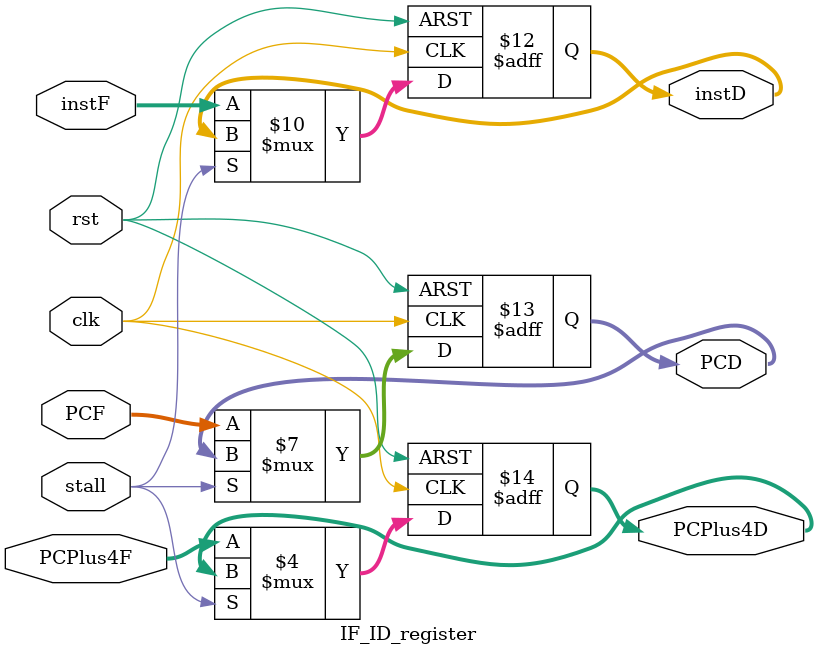
<source format=v>
module IF_ID_register (
	input clk, stall, rst,
	input [31:0] instF, PCF, PCPlus4F,
	output reg [31:0] instD, PCD, PCPlus4D
);

	always @(posedge clk or negedge rst) begin
		if(!rst) begin
			instD <= 0;
			PCD <= 0;
			PCPlus4D <= 0;
		end
		else if(stall) begin 
			instD <= instD;
			PCD <= PCD;
			PCPlus4D <= PCPlus4D;
		end
		else begin
			instD <= instF;
			PCD <= PCF;
			PCPlus4D <= PCPlus4F;
		end
	end
endmodule 

</source>
